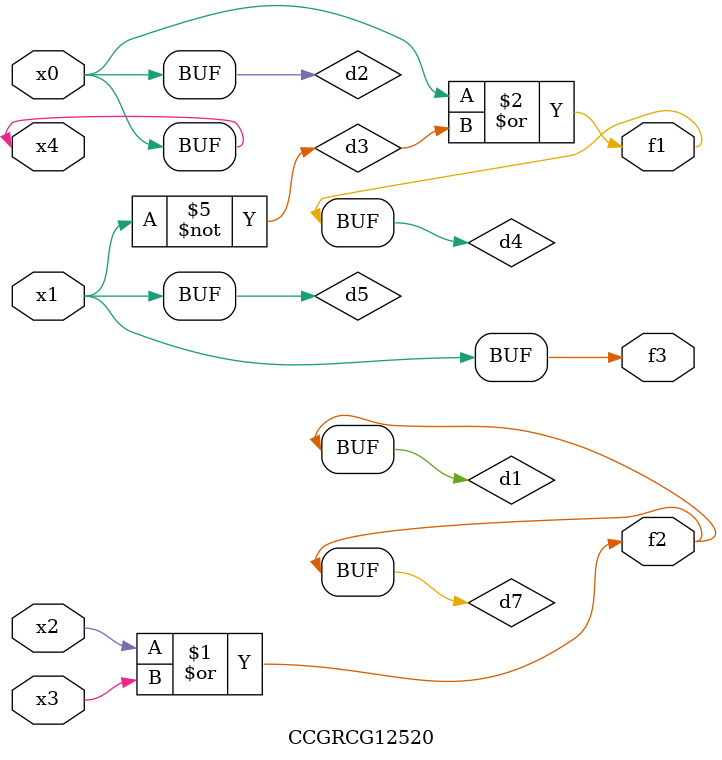
<source format=v>
module CCGRCG12520(
	input x0, x1, x2, x3, x4,
	output f1, f2, f3
);

	wire d1, d2, d3, d4, d5, d6, d7;

	or (d1, x2, x3);
	buf (d2, x0, x4);
	not (d3, x1);
	or (d4, d2, d3);
	not (d5, d3);
	nand (d6, d1, d3);
	or (d7, d1);
	assign f1 = d4;
	assign f2 = d7;
	assign f3 = d5;
endmodule

</source>
